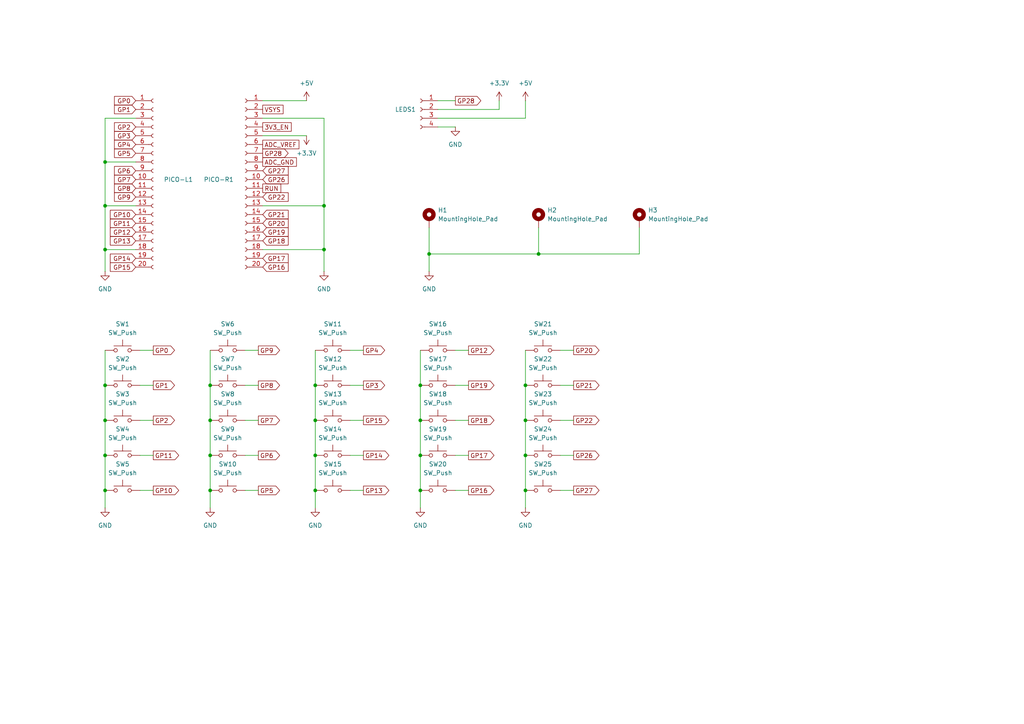
<source format=kicad_sch>
(kicad_sch (version 20231120) (generator "eeschema") (generator_version "8.0")
  (paper "A4")
  (lib_symbols
    (symbol "Connector:Conn_01x04_Socket" (pin_names (offset 1.016) hide)
      (property "Reference" "J" (at 0 5.08 0))
      (property "Value" "Conn_01x04_Socket" (at 0 -7.62 0))
      (symbol "Conn_01x04_Socket_1_1"
        (arc (start 0 -4.572) (mid -0.5058 -5.08) (end 0 -5.588) (stroke (width 0.1524)))
        (arc (start 0 -2.032) (mid -0.5058 -2.54) (end 0 -3.048) (stroke (width 0.1524)))
        (polyline (pts (xy -1.27 -5.08) (xy -0.508 -5.08)) (stroke (width 0.1524)))
        (polyline (pts (xy -1.27 -2.54) (xy -0.508 -2.54)) (stroke (width 0.1524)))
        (polyline (pts (xy -1.27 0) (xy -0.508 0)) (stroke (width 0.1524)))
        (polyline (pts (xy -1.27 2.54) (xy -0.508 2.54)) (stroke (width 0.1524)))
        (arc (start 0 0.508) (mid -0.5058 0) (end 0 -0.508) (stroke (width 0.1524)))
        (arc (start 0 3.048) (mid -0.5058 2.54) (end 0 2.032) (stroke (width 0.1524)))
        (pin passive line (at -5.08 2.54 0) (length 3.81) (name "Pin_1") (number "1"))
        (pin passive line (at -5.08 0 0) (length 3.81) (name "Pin_2") (number "2"))
        (pin passive line (at -5.08 -2.54 0) (length 3.81) (name "Pin_3") (number "3"))
        (pin passive line (at -5.08 -5.08 0) (length 3.81) (name "Pin_4") (number "4"))
      )
    )
    (symbol "Connector:Conn_01x20_Socket" (pin_names (offset 1.016) hide)
      (property "Reference" "J" (at 0 25.4 0))
      (property "Value" "Conn_01x20_Socket" (at 0 -27.94 0))
      (symbol "Conn_01x20_Socket_1_1"
        (arc (start 0 -24.892) (mid -0.5058 -25.4) (end 0 -25.908) (stroke (width 0.1524)))
        (arc (start 0 -22.352) (mid -0.5058 -22.86) (end 0 -23.368) (stroke (width 0.1524)))
        (arc (start 0 -19.812) (mid -0.5058 -20.32) (end 0 -20.828) (stroke (width 0.1524)))
        (arc (start 0 -17.272) (mid -0.5058 -17.78) (end 0 -18.288) (stroke (width 0.1524)))
        (arc (start 0 -14.732) (mid -0.5058 -15.24) (end 0 -15.748) (stroke (width 0.1524)))
        (arc (start 0 -12.192) (mid -0.5058 -12.7) (end 0 -13.208) (stroke (width 0.1524)))
        (arc (start 0 -9.652) (mid -0.5058 -10.16) (end 0 -10.668) (stroke (width 0.1524)))
        (arc (start 0 -7.112) (mid -0.5058 -7.62) (end 0 -8.128) (stroke (width 0.1524)))
        (arc (start 0 -4.572) (mid -0.5058 -5.08) (end 0 -5.588) (stroke (width 0.1524)))
        (arc (start 0 -2.032) (mid -0.5058 -2.54) (end 0 -3.048) (stroke (width 0.1524)))
        (polyline (pts (xy -1.27 -25.4) (xy -0.508 -25.4)) (stroke (width 0.1524)))
        (polyline (pts (xy -1.27 -22.86) (xy -0.508 -22.86)) (stroke (width 0.1524)))
        (polyline (pts (xy -1.27 -20.32) (xy -0.508 -20.32)) (stroke (width 0.1524)))
        (polyline (pts (xy -1.27 -17.78) (xy -0.508 -17.78)) (stroke (width 0.1524)))
        (polyline (pts (xy -1.27 -15.24) (xy -0.508 -15.24)) (stroke (width 0.1524)))
        (polyline (pts (xy -1.27 -12.7) (xy -0.508 -12.7)) (stroke (width 0.1524)))
        (polyline (pts (xy -1.27 -10.16) (xy -0.508 -10.16)) (stroke (width 0.1524)))
        (polyline (pts (xy -1.27 -7.62) (xy -0.508 -7.62)) (stroke (width 0.1524)))
        (polyline (pts (xy -1.27 -5.08) (xy -0.508 -5.08)) (stroke (width 0.1524)))
        (polyline (pts (xy -1.27 -2.54) (xy -0.508 -2.54)) (stroke (width 0.1524)))
        (polyline (pts (xy -1.27 0) (xy -0.508 0)) (stroke (width 0.1524)))
        (polyline (pts (xy -1.27 2.54) (xy -0.508 2.54)) (stroke (width 0.1524)))
        (polyline (pts (xy -1.27 5.08) (xy -0.508 5.08)) (stroke (width 0.1524)))
        (polyline (pts (xy -1.27 7.62) (xy -0.508 7.62)) (stroke (width 0.1524)))
        (polyline (pts (xy -1.27 10.16) (xy -0.508 10.16)) (stroke (width 0.1524)))
        (polyline (pts (xy -1.27 12.7) (xy -0.508 12.7)) (stroke (width 0.1524)))
        (polyline (pts (xy -1.27 15.24) (xy -0.508 15.24)) (stroke (width 0.1524)))
        (polyline (pts (xy -1.27 17.78) (xy -0.508 17.78)) (stroke (width 0.1524)))
        (polyline (pts (xy -1.27 20.32) (xy -0.508 20.32)) (stroke (width 0.1524)))
        (polyline (pts (xy -1.27 22.86) (xy -0.508 22.86)) (stroke (width 0.1524)))
        (arc (start 0 0.508) (mid -0.5058 0) (end 0 -0.508) (stroke (width 0.1524)))
        (arc (start 0 3.048) (mid -0.5058 2.54) (end 0 2.032) (stroke (width 0.1524)))
        (arc (start 0 5.588) (mid -0.5058 5.08) (end 0 4.572) (stroke (width 0.1524)))
        (arc (start 0 8.128) (mid -0.5058 7.62) (end 0 7.112) (stroke (width 0.1524)))
        (arc (start 0 10.668) (mid -0.5058 10.16) (end 0 9.652) (stroke (width 0.1524)))
        (arc (start 0 13.208) (mid -0.5058 12.7) (end 0 12.192) (stroke (width 0.1524)))
        (arc (start 0 15.748) (mid -0.5058 15.24) (end 0 14.732) (stroke (width 0.1524)))
        (arc (start 0 18.288) (mid -0.5058 17.78) (end 0 17.272) (stroke (width 0.1524)))
        (arc (start 0 20.828) (mid -0.5058 20.32) (end 0 19.812) (stroke (width 0.1524)))
        (arc (start 0 23.368) (mid -0.5058 22.86) (end 0 22.352) (stroke (width 0.1524)))
        (pin passive line (at -5.08 22.86 0) (length 3.81) (name "Pin_1") (number "1"))
        (pin passive line (at -5.08 0 0) (length 3.81) (name "Pin_10") (number "10"))
        (pin passive line (at -5.08 -2.54 0) (length 3.81) (name "Pin_11") (number "11"))
        (pin passive line (at -5.08 -5.08 0) (length 3.81) (name "Pin_12") (number "12"))
        (pin passive line (at -5.08 -7.62 0) (length 3.81) (name "Pin_13") (number "13"))
        (pin passive line (at -5.08 -10.16 0) (length 3.81) (name "Pin_14") (number "14"))
        (pin passive line (at -5.08 -12.7 0) (length 3.81) (name "Pin_15") (number "15"))
        (pin passive line (at -5.08 -15.24 0) (length 3.81) (name "Pin_16") (number "16"))
        (pin passive line (at -5.08 -17.78 0) (length 3.81) (name "Pin_17") (number "17"))
        (pin passive line (at -5.08 -20.32 0) (length 3.81) (name "Pin_18") (number "18"))
        (pin passive line (at -5.08 -22.86 0) (length 3.81) (name "Pin_19") (number "19"))
        (pin passive line (at -5.08 20.32 0) (length 3.81) (name "Pin_2") (number "2"))
        (pin passive line (at -5.08 -25.4 0) (length 3.81) (name "Pin_20") (number "20"))
        (pin passive line (at -5.08 17.78 0) (length 3.81) (name "Pin_3") (number "3"))
        (pin passive line (at -5.08 15.24 0) (length 3.81) (name "Pin_4") (number "4"))
        (pin passive line (at -5.08 12.7 0) (length 3.81) (name "Pin_5") (number "5"))
        (pin passive line (at -5.08 10.16 0) (length 3.81) (name "Pin_6") (number "6"))
        (pin passive line (at -5.08 7.62 0) (length 3.81) (name "Pin_7") (number "7"))
        (pin passive line (at -5.08 5.08 0) (length 3.81) (name "Pin_8") (number "8"))
        (pin passive line (at -5.08 2.54 0) (length 3.81) (name "Pin_9") (number "9"))
      )
    )
    (symbol "Mechanical:MountingHole_Pad" (pin_numbers hide) (pin_names (offset 1.016) hide) (exclude_from_sim yes) (in_bom no)
      (property "Reference" "H" (at 0 6.35 0))
      (property "Value" "MountingHole_Pad" (at 0 4.445 0))
      (symbol "MountingHole_Pad_0_1"
        (circle (center 0 1.27) (radius 1.27) (stroke (width 1.27)))
      )
      (symbol "MountingHole_Pad_1_1"
        (pin input line (at 0 -2.54 90) (length 2.54) (name "1") (number "1"))
      )
    )
    (symbol "Switch:SW_Push" (pin_numbers hide) (pin_names (offset 1.016) hide)
      (property "Reference" "SW" (at 1.27 2.54 0))
      (property "Value" "SW_Push" (at 0 -1.524 0))
      (symbol "SW_Push_0_1"
        (circle (center -2.032 0) (radius 0.508))
        (polyline (pts (xy 0 1.27) (xy 0 3.048)))
        (polyline (pts (xy 2.54 1.27) (xy -2.54 1.27)))
        (circle (center 2.032 0) (radius 0.508))
        (pin passive line (at -5.08 0 0) (length 2.54) (name "1") (number "1"))
        (pin passive line (at 5.08 0 180) (length 2.54) (name "2") (number "2"))
      )
    )
    (symbol "power:+3.3V" (power) (pin_numbers hide) (pin_names (offset 0) hide)
      (property "Value" "+3.3V" (at 0 3.556 0))
      (symbol "+3.3V_0_1"
        (polyline (pts (xy -0.762 1.27) (xy 0 2.54)))
        (polyline (pts (xy 0 0) (xy 0 2.54)))
        (polyline (pts (xy 0 2.54) (xy 0.762 1.27)))
      )
      (symbol "+3.3V_1_1"
        (pin power_in line (at 0 0 90) (length 0) (name "~") (number "1"))
      )
    )
    (symbol "power:+5V" (power) (pin_numbers hide) (pin_names (offset 0) hide)
      (property "Value" "+5V" (at 0 3.556 0))
      (symbol "+5V_0_1"
        (polyline (pts (xy -0.762 1.27) (xy 0 2.54)))
        (polyline (pts (xy 0 0) (xy 0 2.54)))
        (polyline (pts (xy 0 2.54) (xy 0.762 1.27)))
      )
      (symbol "+5V_1_1"
        (pin power_in line (at 0 0 90) (length 0) (name "~") (number "1"))
      )
    )
    (symbol "power:GND" (power) (pin_numbers hide) (pin_names (offset 0) hide)
      (property "Value" "GND" (at 0 -3.81 0))
      (symbol "GND_0_1"
        (polyline (pts (xy 0 0) (xy 0 -1.27) (xy 1.27 -1.27) (xy 0 -2.54) (xy -1.27 -1.27) (xy 0 -1.27)))
      )
      (symbol "GND_1_1"
        (pin power_in line (at 0 0 270) (length 0) (name "~") (number "1"))
      )
    )
  )
  (junction (at 121.92 142.24))
  (junction (at 30.48 59.69))
  (junction (at 121.92 121.92))
  (junction (at 91.44 132.08))
  (junction (at 121.92 132.08))
  (junction (at 30.48 132.08))
  (junction (at 156.21 73.66))
  (junction (at 60.96 121.92))
  (junction (at 93.98 72.39))
  (junction (at 30.48 111.76))
  (junction (at 152.4 111.76))
  (junction (at 60.96 142.24))
  (junction (at 30.48 121.92))
  (junction (at 30.48 142.24))
  (junction (at 60.96 111.76))
  (junction (at 91.44 111.76))
  (junction (at 152.4 142.24))
  (junction (at 152.4 121.92))
  (junction (at 121.92 111.76))
  (junction (at 30.48 72.39))
  (junction (at 124.46 73.66))
  (junction (at 30.48 46.99))
  (junction (at 93.98 59.69))
  (junction (at 60.96 132.08))
  (junction (at 91.44 121.92))
  (junction (at 91.44 142.24))
  (junction (at 152.4 132.08))
  (wire (pts (xy 60.96 121.92) (xy 60.96 132.08)))
  (wire (pts (xy 60.96 142.24) (xy 60.96 147.32)))
  (wire (pts (xy 30.48 121.92) (xy 30.48 132.08)))
  (wire (pts (xy 71.12 101.6) (xy 74.93 101.6)))
  (wire (pts (xy 144.78 29.21) (xy 144.78 31.75)))
  (wire (pts (xy 152.4 29.21) (xy 152.4 34.29)))
  (wire (pts (xy 40.64 142.24) (xy 44.45 142.24)))
  (wire (pts (xy 71.12 142.24) (xy 74.93 142.24)))
  (wire (pts (xy 30.48 46.99) (xy 30.48 59.69)))
  (wire (pts (xy 91.44 121.92) (xy 91.44 132.08)))
  (wire (pts (xy 127 29.21) (xy 132.08 29.21)))
  (wire (pts (xy 44.45 101.6) (xy 40.64 101.6)))
  (wire (pts (xy 166.37 111.76) (xy 162.56 111.76)))
  (wire (pts (xy 76.2 59.69) (xy 93.98 59.69)))
  (wire (pts (xy 39.37 46.99) (xy 30.48 46.99)))
  (wire (pts (xy 101.6 111.76) (xy 105.41 111.76)))
  (wire (pts (xy 152.4 111.76) (xy 152.4 121.92)))
  (wire (pts (xy 121.92 101.6) (xy 121.92 111.76)))
  (wire (pts (xy 121.92 121.92) (xy 121.92 132.08)))
  (wire (pts (xy 124.46 78.74) (xy 124.46 73.66)))
  (wire (pts (xy 60.96 101.6) (xy 60.96 111.76)))
  (wire (pts (xy 76.2 72.39) (xy 93.98 72.39)))
  (wire (pts (xy 152.4 101.6) (xy 152.4 111.76)))
  (wire (pts (xy 124.46 73.66) (xy 124.46 66.04)))
  (wire (pts (xy 93.98 59.69) (xy 93.98 72.39)))
  (wire (pts (xy 124.46 73.66) (xy 156.21 73.66)))
  (wire (pts (xy 76.2 39.37) (xy 88.9 39.37)))
  (wire (pts (xy 30.48 101.6) (xy 30.48 111.76)))
  (wire (pts (xy 127 34.29) (xy 152.4 34.29)))
  (wire (pts (xy 91.44 142.24) (xy 91.44 147.32)))
  (wire (pts (xy 91.44 101.6) (xy 91.44 111.76)))
  (wire (pts (xy 152.4 121.92) (xy 152.4 132.08)))
  (wire (pts (xy 60.96 132.08) (xy 60.96 142.24)))
  (wire (pts (xy 30.48 72.39) (xy 30.48 78.74)))
  (wire (pts (xy 166.37 101.6) (xy 162.56 101.6)))
  (wire (pts (xy 93.98 59.69) (xy 93.98 34.29)))
  (wire (pts (xy 71.12 121.92) (xy 74.93 121.92)))
  (wire (pts (xy 132.08 132.08) (xy 135.89 132.08)))
  (wire (pts (xy 101.6 121.92) (xy 105.41 121.92)))
  (wire (pts (xy 30.48 59.69) (xy 30.48 72.39)))
  (wire (pts (xy 166.37 121.92) (xy 162.56 121.92)))
  (wire (pts (xy 121.92 111.76) (xy 121.92 121.92)))
  (wire (pts (xy 30.48 132.08) (xy 30.48 142.24)))
  (wire (pts (xy 71.12 132.08) (xy 74.93 132.08)))
  (wire (pts (xy 121.92 132.08) (xy 121.92 142.24)))
  (wire (pts (xy 44.45 132.08) (xy 40.64 132.08)))
  (wire (pts (xy 166.37 132.08) (xy 162.56 132.08)))
  (wire (pts (xy 101.6 101.6) (xy 105.41 101.6)))
  (wire (pts (xy 30.48 72.39) (xy 39.37 72.39)))
  (wire (pts (xy 30.48 142.24) (xy 30.48 147.32)))
  (wire (pts (xy 132.08 121.92) (xy 135.89 121.92)))
  (wire (pts (xy 156.21 66.04) (xy 156.21 73.66)))
  (wire (pts (xy 166.37 142.24) (xy 162.56 142.24)))
  (wire (pts (xy 60.96 111.76) (xy 60.96 121.92)))
  (wire (pts (xy 44.45 121.92) (xy 40.64 121.92)))
  (wire (pts (xy 30.48 59.69) (xy 39.37 59.69)))
  (wire (pts (xy 91.44 132.08) (xy 91.44 142.24)))
  (wire (pts (xy 30.48 34.29) (xy 30.48 46.99)))
  (wire (pts (xy 71.12 111.76) (xy 74.93 111.76)))
  (wire (pts (xy 39.37 34.29) (xy 30.48 34.29)))
  (wire (pts (xy 127 31.75) (xy 144.78 31.75)))
  (wire (pts (xy 185.42 66.04) (xy 185.42 73.66)))
  (wire (pts (xy 44.45 111.76) (xy 40.64 111.76)))
  (wire (pts (xy 91.44 111.76) (xy 91.44 121.92)))
  (wire (pts (xy 76.2 29.21) (xy 88.9 29.21)))
  (wire (pts (xy 152.4 132.08) (xy 152.4 142.24)))
  (wire (pts (xy 156.21 73.66) (xy 185.42 73.66)))
  (wire (pts (xy 101.6 142.24) (xy 105.41 142.24)))
  (wire (pts (xy 132.08 111.76) (xy 135.89 111.76)))
  (wire (pts (xy 30.48 111.76) (xy 30.48 121.92)))
  (wire (pts (xy 101.6 132.08) (xy 105.41 132.08)))
  (wire (pts (xy 132.08 101.6) (xy 135.89 101.6)))
  (wire (pts (xy 132.08 142.24) (xy 135.89 142.24)))
  (wire (pts (xy 127 36.83) (xy 132.08 36.83)))
  (wire (pts (xy 152.4 142.24) (xy 152.4 147.32)))
  (wire (pts (xy 93.98 72.39) (xy 93.98 78.74)))
  (wire (pts (xy 121.92 142.24) (xy 121.92 147.32)))
  (wire (pts (xy 76.2 34.29) (xy 93.98 34.29)))
  (global_label "GP11" (shape input) (at 39.37 64.77 180) (property "Intersheetrefs" "${INTERSHEET_REFS}" (effects (hide yes))))
  (global_label "GP17" (shape output) (at 135.89 132.08 0) (property "Intersheetrefs" "${INTERSHEET_REFS}" (effects (hide yes))))
  (global_label "GP7" (shape output) (at 74.93 121.92 0) (property "Intersheetrefs" "${INTERSHEET_REFS}" (effects (hide yes))))
  (global_label "GP12" (shape output) (at 135.89 101.6 0) (property "Intersheetrefs" "${INTERSHEET_REFS}" (effects (hide yes))))
  (global_label "GP0" (shape input) (at 39.37 29.21 180) (property "Intersheetrefs" "${INTERSHEET_REFS}" (effects (hide yes))))
  (global_label "GP3" (shape output) (at 105.41 111.76 0) (property "Intersheetrefs" "${INTERSHEET_REFS}" (effects (hide yes))))
  (global_label "ADC_VREF" (shape passive) (at 76.2 41.91 0) (property "Intersheetrefs" "${INTERSHEET_REFS}" (effects (hide yes))))
  (global_label "GP6" (shape input) (at 39.37 49.53 180) (property "Intersheetrefs" "${INTERSHEET_REFS}" (effects (hide yes))))
  (global_label "GP16" (shape input) (at 76.2 77.47 0) (property "Intersheetrefs" "${INTERSHEET_REFS}" (effects (hide yes))))
  (global_label "GP5" (shape input) (at 39.37 44.45 180) (property "Intersheetrefs" "${INTERSHEET_REFS}" (effects (hide yes))))
  (global_label "GP3" (shape input) (at 39.37 39.37 180) (property "Intersheetrefs" "${INTERSHEET_REFS}" (effects (hide yes))))
  (global_label "GP6" (shape output) (at 74.93 132.08 0) (property "Intersheetrefs" "${INTERSHEET_REFS}" (effects (hide yes))))
  (global_label "VSYS" (shape passive) (at 76.2 31.75 0) (property "Intersheetrefs" "${INTERSHEET_REFS}" (effects (hide yes))))
  (global_label "GP9" (shape input) (at 39.37 57.15 180) (property "Intersheetrefs" "${INTERSHEET_REFS}" (effects (hide yes))))
  (global_label "GP26" (shape output) (at 166.37 132.08 0) (property "Intersheetrefs" "${INTERSHEET_REFS}" (effects (hide yes))))
  (global_label "GP15" (shape output) (at 105.41 121.92 0) (property "Intersheetrefs" "${INTERSHEET_REFS}" (effects (hide yes))))
  (global_label "GP27" (shape input) (at 76.2 49.53 0) (property "Intersheetrefs" "${INTERSHEET_REFS}" (effects (hide yes))))
  (global_label "GP28" (shape output) (at 76.2 44.45 0) (property "Intersheetrefs" "${INTERSHEET_REFS}" (effects (hide yes))))
  (global_label "GP18" (shape output) (at 135.89 121.92 0) (property "Intersheetrefs" "${INTERSHEET_REFS}" (effects (hide yes))))
  (global_label "GP14" (shape input) (at 39.37 74.93 180) (property "Intersheetrefs" "${INTERSHEET_REFS}" (effects (hide yes))))
  (global_label "GP11" (shape output) (at 44.45 132.08 0) (property "Intersheetrefs" "${INTERSHEET_REFS}" (effects (hide yes))))
  (global_label "GP27" (shape output) (at 166.37 142.24 0) (property "Intersheetrefs" "${INTERSHEET_REFS}" (effects (hide yes))))
  (global_label "GP13" (shape input) (at 39.37 69.85 180) (property "Intersheetrefs" "${INTERSHEET_REFS}" (effects (hide yes))))
  (global_label "GP16" (shape output) (at 135.89 142.24 0) (property "Intersheetrefs" "${INTERSHEET_REFS}" (effects (hide yes))))
  (global_label "GP8" (shape output) (at 74.93 111.76 0) (property "Intersheetrefs" "${INTERSHEET_REFS}" (effects (hide yes))))
  (global_label "GP20" (shape output) (at 166.37 101.6 0) (property "Intersheetrefs" "${INTERSHEET_REFS}" (effects (hide yes))))
  (global_label "GP10" (shape output) (at 44.45 142.24 0) (property "Intersheetrefs" "${INTERSHEET_REFS}" (effects (hide yes))))
  (global_label "GP2" (shape input) (at 39.37 36.83 180) (property "Intersheetrefs" "${INTERSHEET_REFS}" (effects (hide yes))))
  (global_label "GP1" (shape input) (at 39.37 31.75 180) (property "Intersheetrefs" "${INTERSHEET_REFS}" (effects (hide yes))))
  (global_label "GP10" (shape input) (at 39.37 62.23 180) (property "Intersheetrefs" "${INTERSHEET_REFS}" (effects (hide yes))))
  (global_label "GP22" (shape input) (at 76.2 57.15 0) (property "Intersheetrefs" "${INTERSHEET_REFS}" (effects (hide yes))))
  (global_label "GP21" (shape input) (at 76.2 62.23 0) (property "Intersheetrefs" "${INTERSHEET_REFS}" (effects (hide yes))))
  (global_label "GP9" (shape output) (at 74.93 101.6 0) (property "Intersheetrefs" "${INTERSHEET_REFS}" (effects (hide yes))))
  (global_label "GP1" (shape output) (at 44.45 111.76 0) (property "Intersheetrefs" "${INTERSHEET_REFS}" (effects (hide yes))))
  (global_label "GP5" (shape output) (at 74.93 142.24 0) (property "Intersheetrefs" "${INTERSHEET_REFS}" (effects (hide yes))))
  (global_label "GP7" (shape input) (at 39.37 52.07 180) (property "Intersheetrefs" "${INTERSHEET_REFS}" (effects (hide yes))))
  (global_label "GP26" (shape input) (at 76.2 52.07 0) (property "Intersheetrefs" "${INTERSHEET_REFS}" (effects (hide yes))))
  (global_label "GP22" (shape output) (at 166.37 121.92 0) (property "Intersheetrefs" "${INTERSHEET_REFS}" (effects (hide yes))))
  (global_label "GP28" (shape output) (at 132.08 29.21 0) (property "Intersheetrefs" "${INTERSHEET_REFS}" (effects (hide yes))))
  (global_label "GP4" (shape output) (at 105.41 101.6 0) (property "Intersheetrefs" "${INTERSHEET_REFS}" (effects (hide yes))))
  (global_label "GP8" (shape input) (at 39.37 54.61 180) (property "Intersheetrefs" "${INTERSHEET_REFS}" (effects (hide yes))))
  (global_label "ADC_GND" (shape passive) (at 76.2 46.99 0) (property "Intersheetrefs" "${INTERSHEET_REFS}" (effects (hide yes))))
  (global_label "GP21" (shape output) (at 166.37 111.76 0) (property "Intersheetrefs" "${INTERSHEET_REFS}" (effects (hide yes))))
  (global_label "GP19" (shape output) (at 135.89 111.76 0) (property "Intersheetrefs" "${INTERSHEET_REFS}" (effects (hide yes))))
  (global_label "GP18" (shape input) (at 76.2 69.85 0) (property "Intersheetrefs" "${INTERSHEET_REFS}" (effects (hide yes))))
  (global_label "GP2" (shape output) (at 44.45 121.92 0) (property "Intersheetrefs" "${INTERSHEET_REFS}" (effects (hide yes))))
  (global_label "GP19" (shape input) (at 76.2 67.31 0) (property "Intersheetrefs" "${INTERSHEET_REFS}" (effects (hide yes))))
  (global_label "RUN" (shape passive) (at 76.2 54.61 0) (property "Intersheetrefs" "${INTERSHEET_REFS}" (effects (hide yes))))
  (global_label "GP0" (shape output) (at 44.45 101.6 0) (property "Intersheetrefs" "${INTERSHEET_REFS}" (effects (hide yes))))
  (global_label "GP13" (shape output) (at 105.41 142.24 0) (property "Intersheetrefs" "${INTERSHEET_REFS}" (effects (hide yes))))
  (global_label "GP15" (shape input) (at 39.37 77.47 180) (property "Intersheetrefs" "${INTERSHEET_REFS}" (effects (hide yes))))
  (global_label "GP20" (shape input) (at 76.2 64.77 0) (property "Intersheetrefs" "${INTERSHEET_REFS}" (effects (hide yes))))
  (global_label "GP4" (shape input) (at 39.37 41.91 180) (property "Intersheetrefs" "${INTERSHEET_REFS}" (effects (hide yes))))
  (global_label "GP17" (shape input) (at 76.2 74.93 0) (property "Intersheetrefs" "${INTERSHEET_REFS}" (effects (hide yes))))
  (global_label "3V3_EN" (shape passive) (at 76.2 36.83 0) (property "Intersheetrefs" "${INTERSHEET_REFS}" (effects (hide yes))))
  (global_label "GP12" (shape input) (at 39.37 67.31 180) (property "Intersheetrefs" "${INTERSHEET_REFS}" (effects (hide yes))))
  (global_label "GP14" (shape output) (at 105.41 132.08 0) (property "Intersheetrefs" "${INTERSHEET_REFS}" (effects (hide yes))))
  (symbol (lib_id "Switch:SW_Push") (at 66.04 121.92 0) (unit 1)
    (property "Reference" "SW8" (at 66.04 114.3 0))
    (property "Value" "SW_Push" (at 66.04 116.84 0))
    (property "Footprint" "Button_Switch_Keyboard:SW_Cherry_MX_1.00u_PCB" (effects (hide yes)))
    (property "Description" "Push button switch, generic, two pins" (effects (hide yes)))
  )
  (symbol (lib_id "power:+3.3V") (at 144.78 29.21 0) (unit 1)
    (property "Reference" "#PWR11" (effects (hide yes)))
    (property "Value" "+3.3V" (at 144.78 24.13 0))
    (property "Description" "Power symbol creates a global label with name \"+3.3V\"" (effects (hide yes)))
  )
  (symbol (lib_id "power:GND") (at 132.08 36.83 0) (unit 1)
    (property "Reference" "#PWR10" (effects (hide yes)))
    (property "Value" "GND" (at 132.08 41.91 0))
    (property "Description" "Power symbol creates a global label with name \"GND\" , ground" (effects (hide yes)))
  )
  (symbol (lib_id "power:GND") (at 121.92 147.32 0) (unit 1)
    (property "Reference" "#PWR6" (effects (hide yes)))
    (property "Value" "GND" (at 121.92 152.4 0))
    (property "Description" "Power symbol creates a global label with name \"GND\" , ground" (effects (hide yes)))
  )
  (symbol (lib_id "Switch:SW_Push") (at 157.48 111.76 0) (unit 1)
    (property "Reference" "SW22" (at 157.48 104.14 0))
    (property "Value" "SW_Push" (at 157.48 106.68 0))
    (property "Footprint" "Button_Switch_Keyboard:SW_Cherry_MX_1.00u_PCB" (effects (hide yes)))
    (property "Description" "Push button switch, generic, two pins" (effects (hide yes)))
  )
  (symbol (lib_id "Switch:SW_Push") (at 96.52 101.6 0) (unit 1)
    (property "Reference" "SW11" (at 96.52 93.98 0))
    (property "Value" "SW_Push" (at 96.52 96.52 0))
    (property "Footprint" "Button_Switch_Keyboard:SW_Cherry_MX_1.00u_PCB" (effects (hide yes)))
    (property "Description" "Push button switch, generic, two pins" (effects (hide yes)))
  )
  (symbol (lib_id "Switch:SW_Push") (at 35.56 111.76 0) (unit 1)
    (property "Reference" "SW2" (at 35.56 104.14 0))
    (property "Value" "SW_Push" (at 35.56 106.68 0))
    (property "Footprint" "Button_Switch_Keyboard:SW_Cherry_MX_1.00u_PCB" (effects (hide yes)))
    (property "Description" "Push button switch, generic, two pins" (effects (hide yes)))
  )
  (symbol (lib_id "Switch:SW_Push") (at 66.04 101.6 0) (unit 1)
    (property "Reference" "SW6" (at 66.04 93.98 0))
    (property "Value" "SW_Push" (at 66.04 96.52 0))
    (property "Footprint" "Button_Switch_Keyboard:SW_Cherry_MX_1.00u_PCB" (effects (hide yes)))
    (property "Description" "Push button switch, generic, two pins" (effects (hide yes)))
  )
  (symbol (lib_id "Switch:SW_Push") (at 96.52 132.08 0) (unit 1)
    (property "Reference" "SW14" (at 96.52 124.46 0))
    (property "Value" "SW_Push" (at 96.52 127 0))
    (property "Footprint" "Button_Switch_Keyboard:SW_Cherry_MX_1.00u_PCB" (effects (hide yes)))
    (property "Description" "Push button switch, generic, two pins" (effects (hide yes)))
  )
  (symbol (lib_id "power:GND") (at 91.44 147.32 0) (unit 1)
    (property "Reference" "#PWR5" (effects (hide yes)))
    (property "Value" "GND" (at 91.44 152.4 0))
    (property "Description" "Power symbol creates a global label with name \"GND\" , ground" (effects (hide yes)))
  )
  (symbol (lib_id "Switch:SW_Push") (at 96.52 111.76 0) (unit 1)
    (property "Reference" "SW12" (at 96.52 104.14 0))
    (property "Value" "SW_Push" (at 96.52 106.68 0))
    (property "Footprint" "Button_Switch_Keyboard:SW_Cherry_MX_1.00u_PCB" (effects (hide yes)))
    (property "Description" "Push button switch, generic, two pins" (effects (hide yes)))
  )
  (symbol (lib_id "power:GND") (at 152.4 147.32 0) (unit 1)
    (property "Reference" "#PWR7" (effects (hide yes)))
    (property "Value" "GND" (at 152.4 152.4 0))
    (property "Description" "Power symbol creates a global label with name \"GND\" , ground" (effects (hide yes)))
  )
  (symbol (lib_id "Switch:SW_Push") (at 127 142.24 0) (unit 1)
    (property "Reference" "SW20" (at 127 134.62 0))
    (property "Value" "SW_Push" (at 127 137.16 0))
    (property "Footprint" "Button_Switch_Keyboard:SW_Cherry_MX_1.00u_PCB" (effects (hide yes)))
    (property "Description" "Push button switch, generic, two pins" (effects (hide yes)))
  )
  (symbol (lib_id "Switch:SW_Push") (at 35.56 121.92 0) (unit 1)
    (property "Reference" "SW3" (at 35.56 114.3 0))
    (property "Value" "SW_Push" (at 35.56 116.84 0))
    (property "Footprint" "Button_Switch_Keyboard:SW_Cherry_MX_1.00u_PCB" (effects (hide yes)))
    (property "Description" "Push button switch, generic, two pins" (effects (hide yes)))
  )
  (symbol (lib_id "power:GND") (at 124.46 78.74 0) (unit 1)
    (property "Reference" "#PWR13" (effects (hide yes)))
    (property "Value" "GND" (at 124.46 83.82 0))
    (property "Description" "Power symbol creates a global label with name \"GND\" , ground" (effects (hide yes)))
  )
  (symbol (lib_id "Mechanical:MountingHole_Pad") (at 185.42 63.5 0) (unit 1) (exclude_from_sim yes) (in_bom no)
    (property "Reference" "H3" (at 187.96 60.9599 0) (effects (justify left)))
    (property "Value" "MountingHole_Pad" (at 187.96 63.4999 0) (effects (justify left)))
    (property "Footprint" "MountingHole:MountingHole_3.2mm_M3_Pad" (effects (hide yes)))
    (property "Description" "Mounting Hole with connection" (effects (hide yes)))
  )
  (symbol (lib_id "Switch:SW_Push") (at 66.04 142.24 0) (unit 1)
    (property "Reference" "SW10" (at 66.04 134.62 0))
    (property "Value" "SW_Push" (at 66.04 137.16 0))
    (property "Footprint" "Button_Switch_Keyboard:SW_Cherry_MX_1.00u_PCB" (effects (hide yes)))
    (property "Description" "Push button switch, generic, two pins" (effects (hide yes)))
  )
  (symbol (lib_id "Switch:SW_Push") (at 35.56 132.08 0) (unit 1)
    (property "Reference" "SW4" (at 35.56 124.46 0))
    (property "Value" "SW_Push" (at 35.56 127 0))
    (property "Footprint" "Button_Switch_Keyboard:SW_Cherry_MX_1.00u_PCB" (effects (hide yes)))
    (property "Description" "Push button switch, generic, two pins" (effects (hide yes)))
  )
  (symbol (lib_id "Switch:SW_Push") (at 66.04 111.76 0) (unit 1)
    (property "Reference" "SW7" (at 66.04 104.14 0))
    (property "Value" "SW_Push" (at 66.04 106.68 0))
    (property "Footprint" "Button_Switch_Keyboard:SW_Cherry_MX_1.00u_PCB" (effects (hide yes)))
    (property "Description" "Push button switch, generic, two pins" (effects (hide yes)))
  )
  (symbol (lib_id "power:GND") (at 93.98 78.74 0) (unit 1)
    (property "Reference" "#PWR2" (effects (hide yes)))
    (property "Value" "GND" (at 93.98 83.82 0))
    (property "Description" "Power symbol creates a global label with name \"GND\" , ground" (effects (hide yes)))
  )
  (symbol (lib_id "power:+3.3V") (at 88.9 39.37 0) (mirror x) (unit 1)
    (property "Reference" "#PWR8" (effects (hide yes)))
    (property "Value" "+3.3V" (at 88.9 44.45 0))
    (property "Description" "Power symbol creates a global label with name \"+3.3V\"" (effects (hide yes)))
  )
  (symbol (lib_id "Switch:SW_Push") (at 96.52 142.24 0) (unit 1)
    (property "Reference" "SW15" (at 96.52 134.62 0))
    (property "Value" "SW_Push" (at 96.52 137.16 0))
    (property "Footprint" "Button_Switch_Keyboard:SW_Cherry_MX_1.00u_PCB" (effects (hide yes)))
    (property "Description" "Push button switch, generic, two pins" (effects (hide yes)))
  )
  (symbol (lib_id "Switch:SW_Push") (at 157.48 132.08 0) (unit 1)
    (property "Reference" "SW24" (at 157.48 124.46 0))
    (property "Value" "SW_Push" (at 157.48 127 0))
    (property "Footprint" "Button_Switch_Keyboard:SW_Cherry_MX_1.00u_PCB" (effects (hide yes)))
    (property "Description" "Push button switch, generic, two pins" (effects (hide yes)))
  )
  (symbol (lib_id "Switch:SW_Push") (at 35.56 142.24 0) (unit 1)
    (property "Reference" "SW5" (at 35.56 134.62 0))
    (property "Value" "SW_Push" (at 35.56 137.16 0))
    (property "Footprint" "Button_Switch_Keyboard:SW_Cherry_MX_1.00u_PCB" (effects (hide yes)))
    (property "Description" "Push button switch, generic, two pins" (effects (hide yes)))
  )
  (symbol (lib_id "Switch:SW_Push") (at 157.48 121.92 0) (unit 1)
    (property "Reference" "SW23" (at 157.48 114.3 0))
    (property "Value" "SW_Push" (at 157.48 116.84 0))
    (property "Footprint" "Button_Switch_Keyboard:SW_Cherry_MX_1.00u_PCB" (effects (hide yes)))
    (property "Description" "Push button switch, generic, two pins" (effects (hide yes)))
  )
  (symbol (lib_id "Switch:SW_Push") (at 66.04 132.08 0) (unit 1)
    (property "Reference" "SW9" (at 66.04 124.46 0))
    (property "Value" "SW_Push" (at 66.04 127 0))
    (property "Footprint" "Button_Switch_Keyboard:SW_Cherry_MX_1.00u_PCB" (effects (hide yes)))
    (property "Description" "Push button switch, generic, two pins" (effects (hide yes)))
  )
  (symbol (lib_id "Mechanical:MountingHole_Pad") (at 156.21 63.5 0) (unit 1) (exclude_from_sim yes) (in_bom no)
    (property "Reference" "H2" (at 158.75 60.9599 0) (effects (justify left)))
    (property "Value" "MountingHole_Pad" (at 158.75 63.4999 0) (effects (justify left)))
    (property "Footprint" "MountingHole:MountingHole_3.2mm_M3_Pad" (effects (hide yes)))
    (property "Description" "Mounting Hole with connection" (effects (hide yes)))
  )
  (symbol (lib_id "power:GND") (at 30.48 78.74 0) (unit 1)
    (property "Reference" "#PWR1" (effects (hide yes)))
    (property "Value" "GND" (at 30.48 83.82 0))
    (property "Description" "Power symbol creates a global label with name \"GND\" , ground" (effects (hide yes)))
  )
  (symbol (lib_id "Switch:SW_Push") (at 35.56 101.6 0) (unit 1)
    (property "Reference" "SW1" (at 35.56 93.98 0))
    (property "Value" "SW_Push" (at 35.56 96.52 0))
    (property "Footprint" "Button_Switch_Keyboard:SW_Cherry_MX_1.00u_PCB" (effects (hide yes)))
    (property "Description" "Push button switch, generic, two pins" (effects (hide yes)))
  )
  (symbol (lib_id "Switch:SW_Push") (at 127 121.92 0) (unit 1)
    (property "Reference" "SW18" (at 127 114.3 0))
    (property "Value" "SW_Push" (at 127 116.84 0))
    (property "Footprint" "Button_Switch_Keyboard:SW_Cherry_MX_1.00u_PCB" (effects (hide yes)))
    (property "Description" "Push button switch, generic, two pins" (effects (hide yes)))
  )
  (symbol (lib_id "Mechanical:MountingHole_Pad") (at 124.46 63.5 0) (unit 1) (exclude_from_sim yes) (in_bom no)
    (property "Reference" "H1" (at 127 60.9599 0) (effects (justify left)))
    (property "Value" "MountingHole_Pad" (at 127 63.4999 0) (effects (justify left)))
    (property "Footprint" "MountingHole:MountingHole_3.2mm_M3_Pad" (effects (hide yes)))
    (property "Description" "Mounting Hole with connection" (effects (hide yes)))
  )
  (symbol (lib_id "power:+5V") (at 88.9 29.21 0) (unit 1)
    (property "Reference" "#PWR9" (effects (hide yes)))
    (property "Value" "+5V" (at 88.9 24.13 0))
    (property "Description" "Power symbol creates a global label with name \"+5V\"" (effects (hide yes)))
  )
  (symbol (lib_id "Switch:SW_Push") (at 157.48 142.24 0) (unit 1)
    (property "Reference" "SW25" (at 157.48 134.62 0))
    (property "Value" "SW_Push" (at 157.48 137.16 0))
    (property "Footprint" "Button_Switch_Keyboard:SW_Cherry_MX_1.00u_PCB" (effects (hide yes)))
    (property "Description" "Push button switch, generic, two pins" (effects (hide yes)))
  )
  (symbol (lib_id "Switch:SW_Push") (at 127 101.6 0) (unit 1)
    (property "Reference" "SW16" (at 127 93.98 0))
    (property "Value" "SW_Push" (at 127 96.52 0))
    (property "Footprint" "Button_Switch_Keyboard:SW_Cherry_MX_1.00u_PCB" (effects (hide yes)))
    (property "Description" "Push button switch, generic, two pins" (effects (hide yes)))
  )
  (symbol (lib_id "Switch:SW_Push") (at 127 111.76 0) (unit 1)
    (property "Reference" "SW17" (at 127 104.14 0))
    (property "Value" "SW_Push" (at 127 106.68 0))
    (property "Footprint" "Button_Switch_Keyboard:SW_Cherry_MX_1.00u_PCB" (effects (hide yes)))
    (property "Description" "Push button switch, generic, two pins" (effects (hide yes)))
  )
  (symbol (lib_id "power:GND") (at 30.48 147.32 0) (unit 1)
    (property "Reference" "#PWR3" (effects (hide yes)))
    (property "Value" "GND" (at 30.48 152.4 0))
    (property "Description" "Power symbol creates a global label with name \"GND\" , ground" (effects (hide yes)))
  )
  (symbol (lib_id "power:GND") (at 60.96 147.32 0) (unit 1)
    (property "Reference" "#PWR4" (effects (hide yes)))
    (property "Value" "GND" (at 60.96 152.4 0))
    (property "Description" "Power symbol creates a global label with name \"GND\" , ground" (effects (hide yes)))
  )
  (symbol (lib_id "Switch:SW_Push") (at 157.48 101.6 0) (unit 1)
    (property "Reference" "SW21" (at 157.48 93.98 0))
    (property "Value" "SW_Push" (at 157.48 96.52 0))
    (property "Footprint" "Button_Switch_Keyboard:SW_Cherry_MX_1.00u_PCB" (effects (hide yes)))
    (property "Description" "Push button switch, generic, two pins" (effects (hide yes)))
  )
  (symbol (lib_id "Connector:Conn_01x20_Socket") (at 71.12 52.07 0) (mirror y) (unit 1)
    (property "Reference" "PICO-R1" (at 67.818 52.07 0) (effects (justify left)))
    (property "Value" "Conn_01x20_Socket" (effects (hide yes)))
    (property "Footprint" "Connector_PinSocket_2.54mm:PinSocket_1x20_P2.54mm_Vertical" (effects (hide yes)))
    (property "Description" "Generic connector, single row, 01x20, script generated" (effects (hide yes)))
  )
  (symbol (lib_id "Connector:Conn_01x20_Socket") (at 44.45 52.07 0) (unit 1)
    (property "Reference" "PICO-L1" (at 47.498 52.07 0) (effects (justify left)))
    (property "Value" "Conn_01x20_Socket" (effects (hide yes)))
    (property "Footprint" "Connector_PinSocket_2.54mm:PinSocket_1x20_P2.54mm_Vertical" (effects (hide yes)))
    (property "Description" "Generic connector, single row, 01x20, script generated" (effects (hide yes)))
  )
  (symbol (lib_id "power:+5V") (at 152.4 29.21 0) (unit 1)
    (property "Reference" "#PWR12" (effects (hide yes)))
    (property "Value" "+5V" (at 152.4 24.13 0))
    (property "Description" "Power symbol creates a global label with name \"+5V\"" (effects (hide yes)))
  )
  (symbol (lib_id "Connector:Conn_01x04_Socket") (at 121.92 31.75 0) (mirror y) (unit 1)
    (property "Reference" "LEDS1" (at 120.65 31.7499 0) (effects (justify left)))
    (property "Value" "Conn_01x04_Socket" (effects (hide yes)))
    (property "Footprint" "Connector_PinHeader_2.54mm:PinHeader_1x04_P2.54mm_Horizontal" (effects (hide yes)))
    (property "Description" "Generic connector, single row, 01x04, script generated" (effects (hide yes)))
  )
  (symbol (lib_id "Switch:SW_Push") (at 96.52 121.92 0) (unit 1)
    (property "Reference" "SW13" (at 96.52 114.3 0))
    (property "Value" "SW_Push" (at 96.52 116.84 0))
    (property "Footprint" "Button_Switch_Keyboard:SW_Cherry_MX_1.00u_PCB" (effects (hide yes)))
    (property "Description" "Push button switch, generic, two pins" (effects (hide yes)))
  )
  (symbol (lib_id "Switch:SW_Push") (at 127 132.08 0) (unit 1)
    (property "Reference" "SW19" (at 127 124.46 0))
    (property "Value" "SW_Push" (at 127 127 0))
    (property "Footprint" "Button_Switch_Keyboard:SW_Cherry_MX_1.00u_PCB" (effects (hide yes)))
    (property "Description" "Push button switch, generic, two pins" (effects (hide yes)))
  )
)
</source>
